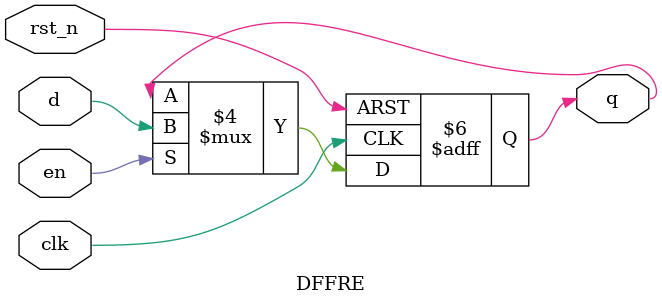
<source format=v>
module DFFRE
#(parameter WIDTH=1)
(
	input wire[WIDTH-1:0]	d,
	input wire 				clk,
	input wire				rst_n,
	input wire 				en,
	output reg[WIDTH-1:0]	q
);

	always @(posedge clk or negedge rst_n)
	begin
		if(rst_n == 1'b0)		q <= 0;
		else if (en == 1'b1)	q[WIDTH-1:0] <= d[WIDTH-1:0];
		else;	
	end
endmodule
</source>
